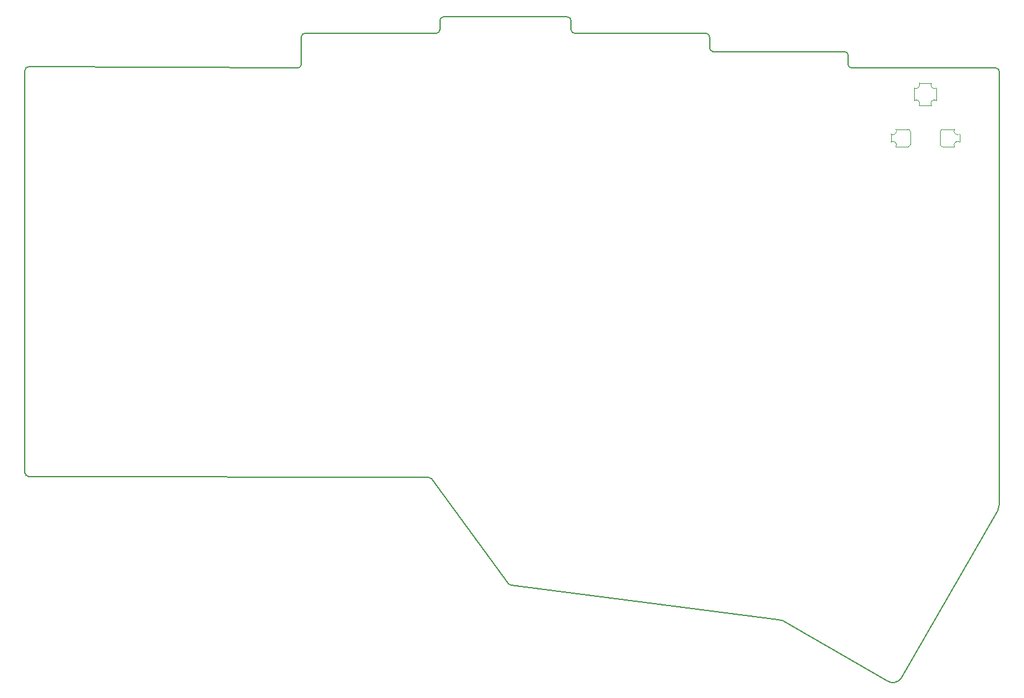
<source format=gbr>
G04 #@! TF.GenerationSoftware,KiCad,Pcbnew,7.0.8*
G04 #@! TF.CreationDate,2023-10-24T16:55:22+02:00*
G04 #@! TF.ProjectId,corne-chocolate,636f726e-652d-4636-986f-636f6c617465,2.1*
G04 #@! TF.SameCoordinates,Original*
G04 #@! TF.FileFunction,Profile,NP*
%FSLAX46Y46*%
G04 Gerber Fmt 4.6, Leading zero omitted, Abs format (unit mm)*
G04 Created by KiCad (PCBNEW 7.0.8) date 2023-10-24 16:55:22*
%MOMM*%
%LPD*%
G01*
G04 APERTURE LIST*
G04 #@! TA.AperFunction,Profile*
%ADD10C,0.150000*%
G04 #@! TD*
G04 #@! TA.AperFunction,Profile*
%ADD11C,0.120000*%
G04 #@! TD*
G04 APERTURE END LIST*
D10*
X116500000Y-124250000D02*
X61593750Y-124093750D01*
X61093750Y-94343750D02*
X61093750Y-75343750D01*
X61093750Y-94343750D02*
X61093750Y-113343750D01*
X194750000Y-68500000D02*
X194750000Y-127975000D01*
X155000000Y-65250000D02*
X155000000Y-63750000D01*
X194522772Y-128847701D02*
G75*
G03*
X194750000Y-127975000I-1475072J850001D01*
G01*
X136000000Y-62750000D02*
X136000000Y-61500000D01*
X61093750Y-75343750D02*
X61093750Y-68343750D01*
X194750000Y-68500000D02*
G75*
G03*
X194250000Y-68000000I-500000J0D01*
G01*
X117500000Y-63250000D02*
X99500000Y-63250000D01*
X99500000Y-63250000D02*
G75*
G03*
X99000000Y-63750000I0J-500000D01*
G01*
X98500000Y-68000000D02*
X61593750Y-67843750D01*
X127396447Y-138853553D02*
G75*
G03*
X127750000Y-139000000I353553J353553D01*
G01*
X173500000Y-65750000D02*
X155500000Y-65750000D01*
X165075000Y-143900000D02*
X179369251Y-152160956D01*
X98500000Y-68000000D02*
G75*
G03*
X99000000Y-67500000I0J500000D01*
G01*
X61093750Y-123593750D02*
G75*
G03*
X61593750Y-124093750I500050J50D01*
G01*
X135500000Y-61000000D02*
X118500000Y-61000000D01*
X154500000Y-63250000D02*
X136500000Y-63250000D01*
X179369283Y-152160908D02*
G75*
G03*
X181297263Y-151781465I775017J1149908D01*
G01*
X116853553Y-124396447D02*
X127396447Y-138853553D01*
X155000000Y-65250000D02*
G75*
G03*
X155500000Y-65750000I500000J0D01*
G01*
X136000000Y-61500000D02*
G75*
G03*
X135500000Y-61000000I-500000J0D01*
G01*
X118000000Y-61500000D02*
X118000000Y-62750000D01*
X174000000Y-66250000D02*
G75*
G03*
X173500000Y-65750000I-500000J0D01*
G01*
X127750000Y-139000000D02*
X164420555Y-143770344D01*
X155000000Y-63750000D02*
G75*
G03*
X154500000Y-63250000I-500000J0D01*
G01*
X99000000Y-63750000D02*
X99000000Y-67500000D01*
X181297263Y-151781465D02*
X194525000Y-128850000D01*
X117500000Y-63250000D02*
G75*
G03*
X118000000Y-62750000I0J500000D01*
G01*
X165074999Y-143900003D02*
G75*
G03*
X164420555Y-143770345I-987599J-3268397D01*
G01*
X116853553Y-124396447D02*
G75*
G03*
X116500000Y-124250000I-353553J-353553D01*
G01*
X136000000Y-62750000D02*
G75*
G03*
X136500000Y-63250000I500000J0D01*
G01*
X174000000Y-67500000D02*
G75*
G03*
X174500000Y-68000000I500000J0D01*
G01*
X61093750Y-113343750D02*
X61093750Y-123593750D01*
X174000000Y-66250000D02*
X174000000Y-67500000D01*
X118500000Y-61000000D02*
G75*
G03*
X118000000Y-61500000I0J-500000D01*
G01*
X61593750Y-67843750D02*
G75*
G03*
X61093750Y-68343750I-50J-499950D01*
G01*
X194250000Y-68000000D02*
X174500000Y-68000000D01*
D11*
X179894750Y-78157450D02*
X179894750Y-77116050D01*
X180580550Y-76430250D02*
X182180750Y-76430250D01*
X182180750Y-78843250D02*
X180580550Y-78843250D01*
X182561750Y-76811250D02*
X182561750Y-78462250D01*
X183069750Y-72442450D02*
X183069750Y-70766050D01*
X183069750Y-72442450D02*
X183069750Y-70766050D01*
X183755550Y-70080250D02*
X185431950Y-70080250D01*
X183755550Y-73128250D02*
X185431950Y-73128250D01*
X185431950Y-70080250D02*
X183755550Y-70080250D01*
X185431950Y-73128250D02*
X183755550Y-73128250D01*
X186117750Y-72442450D02*
X186117750Y-70766050D01*
X186117750Y-72442450D02*
X186117750Y-70766050D01*
X186625750Y-76811250D02*
X186625750Y-78462250D01*
X187006750Y-78843250D02*
X188606950Y-78843250D01*
X188606950Y-76430250D02*
X187006750Y-76430250D01*
X189292750Y-78157450D02*
X189292750Y-77116050D01*
X180580550Y-78843250D02*
G75*
G03*
X179894750Y-78157450I-438047J247753D01*
G01*
X179894750Y-77116050D02*
G75*
G03*
X180580550Y-76430250I247753J438047D01*
G01*
X182561750Y-76811250D02*
G75*
G03*
X182180750Y-76430250I-380999J1D01*
G01*
X182180750Y-78843250D02*
G75*
G03*
X182561750Y-78462250I1J380999D01*
G01*
X183755550Y-73128250D02*
G75*
G03*
X183069750Y-72442450I-438047J247753D01*
G01*
X183755550Y-73128250D02*
G75*
G03*
X183069750Y-72442450I-438047J247753D01*
G01*
X183069750Y-70766049D02*
G75*
G03*
X183755549Y-70080250I247751J438048D01*
G01*
X183069750Y-70766050D02*
G75*
G03*
X183755550Y-70080250I247753J438047D01*
G01*
X186117750Y-72442450D02*
G75*
G03*
X185431950Y-73128250I-247753J-438047D01*
G01*
X186117750Y-72442450D02*
G75*
G03*
X185431950Y-73128250I-247753J-438047D01*
G01*
X185431950Y-70080250D02*
G75*
G03*
X186117750Y-70766050I438050J-247750D01*
G01*
X185431950Y-70080250D02*
G75*
G03*
X186117750Y-70766050I438050J-247750D01*
G01*
X187006750Y-76430250D02*
G75*
G03*
X186625750Y-76811250I0J-381000D01*
G01*
X186625750Y-78462250D02*
G75*
G03*
X187006750Y-78843250I381000J0D01*
G01*
X189292750Y-78157450D02*
G75*
G03*
X188606950Y-78843250I-247750J-438050D01*
G01*
X188606950Y-76430250D02*
G75*
G03*
X189292750Y-77116050I438050J-247750D01*
G01*
M02*

</source>
